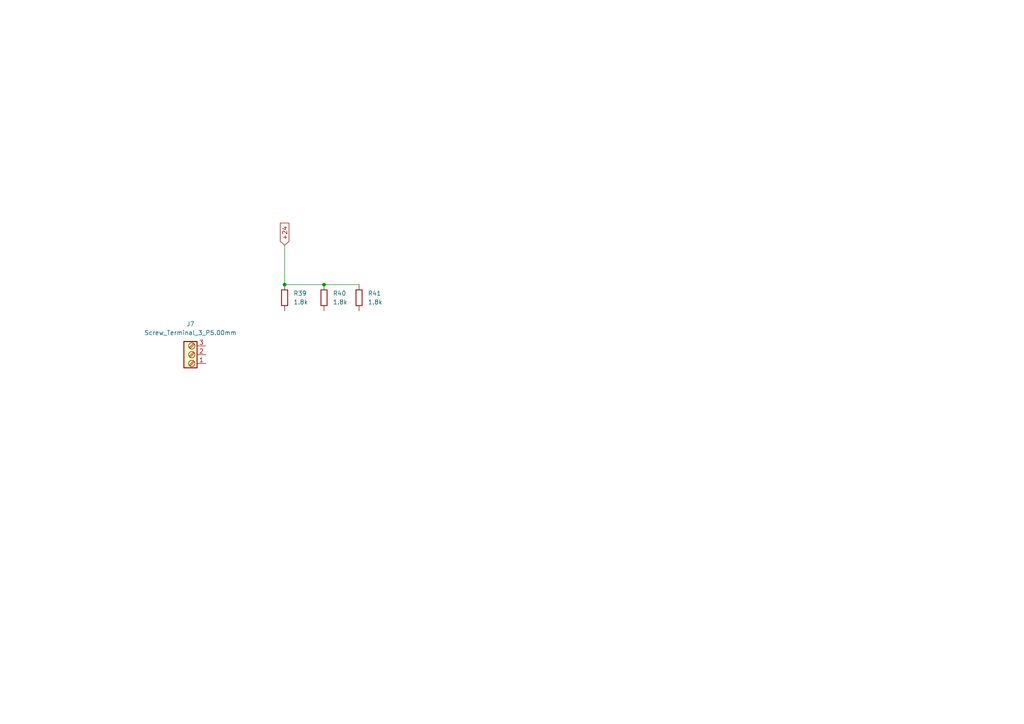
<source format=kicad_sch>
(kicad_sch
	(version 20250114)
	(generator "eeschema")
	(generator_version "9.0")
	(uuid "042a1e59-22c1-4191-a268-7c5311371e8f")
	(paper "A4")
	(lib_symbols
		(symbol "PCM_SL_Resistors:1.8k"
			(exclude_from_sim no)
			(in_bom yes)
			(on_board yes)
			(property "Reference" "R"
				(at 0 5.08 0)
				(effects
					(font
						(size 1.27 1.27)
					)
				)
			)
			(property "Value" "1.8k"
				(at 0 2.54 0)
				(effects
					(font
						(size 1.27 1.27)
					)
				)
			)
			(property "Footprint" "Resistor_THT:R_Axial_DIN0207_L6.3mm_D2.5mm_P10.16mm_Horizontal"
				(at 0.889 -4.318 0)
				(effects
					(font
						(size 1.27 1.27)
					)
					(hide yes)
				)
			)
			(property "Datasheet" ""
				(at 0.508 0 0)
				(effects
					(font
						(size 1.27 1.27)
					)
					(hide yes)
				)
			)
			(property "Description" "1.8kΩ, 1/4W Resistor"
				(at 0 0 0)
				(effects
					(font
						(size 1.27 1.27)
					)
					(hide yes)
				)
			)
			(property "ki_keywords" "Resistor"
				(at 0 0 0)
				(effects
					(font
						(size 1.27 1.27)
					)
					(hide yes)
				)
			)
			(property "ki_fp_filters" "Resistor_THT:R_Axial_DIN0207_L6.3mm_D2.5mm*"
				(at 0 0 0)
				(effects
					(font
						(size 1.27 1.27)
					)
					(hide yes)
				)
			)
			(symbol "1.8k_0_1"
				(rectangle
					(start -2.286 0.889)
					(end 2.286 -0.889)
					(stroke
						(width 0.24)
						(type default)
					)
					(fill
						(type none)
					)
				)
			)
			(symbol "1.8k_1_1"
				(pin passive line
					(at -3.81 0 0)
					(length 1.5)
					(name ""
						(effects
							(font
								(size 1.27 1.27)
							)
						)
					)
					(number "1"
						(effects
							(font
								(size 0 0)
							)
						)
					)
				)
				(pin passive line
					(at 3.81 0 180)
					(length 1.5)
					(name "~"
						(effects
							(font
								(size 1.27 1.27)
							)
						)
					)
					(number "2"
						(effects
							(font
								(size 0 0)
							)
						)
					)
				)
			)
			(embedded_fonts no)
		)
		(symbol "PCM_SL_Screw_Terminal:Screw_Terminal_3_P5.00mm"
			(exclude_from_sim no)
			(in_bom yes)
			(on_board yes)
			(property "Reference" "J"
				(at 0 5.842 0)
				(effects
					(font
						(size 1.27 1.27)
					)
				)
			)
			(property "Value" "Screw_Terminal_3_P5.00mm"
				(at 1.27 -5.588 0)
				(effects
					(font
						(size 1.27 1.27)
					)
				)
			)
			(property "Footprint" "TerminalBlock_Phoenix:TerminalBlock_Phoenix_PT-1,5-3-5.0-H_1x03_P5.00mm_Horizontal"
				(at 1.27 -7.62 0)
				(effects
					(font
						(size 1.27 1.27)
					)
					(hide yes)
				)
			)
			(property "Datasheet" ""
				(at 0 1.27 0)
				(effects
					(font
						(size 1.27 1.27)
					)
					(hide yes)
				)
			)
			(property "Description" ""
				(at 0 0 0)
				(effects
					(font
						(size 1.27 1.27)
					)
					(hide yes)
				)
			)
			(symbol "Screw_Terminal_3_P5.00mm_0_1"
				(rectangle
					(start -1.27 3.81)
					(end 2.54 -3.81)
					(stroke
						(width 0.3)
						(type default)
					)
					(fill
						(type background)
					)
				)
				(polyline
					(pts
						(xy -0.254 1.778) (xy 1.016 3.048)
					)
					(stroke
						(width 0)
						(type default)
					)
					(fill
						(type none)
					)
				)
				(polyline
					(pts
						(xy -0.254 -0.762) (xy 1.016 0.508)
					)
					(stroke
						(width 0)
						(type default)
					)
					(fill
						(type none)
					)
				)
				(polyline
					(pts
						(xy -0.254 -3.302) (xy 1.016 -2.032)
					)
					(stroke
						(width 0)
						(type default)
					)
					(fill
						(type none)
					)
				)
				(polyline
					(pts
						(xy 0 2.54) (xy -0.508 2.032) (xy 0.762 3.302)
					)
					(stroke
						(width 0)
						(type default)
					)
					(fill
						(type none)
					)
				)
				(polyline
					(pts
						(xy 0 0) (xy -0.508 -0.508) (xy 0.762 0.762)
					)
					(stroke
						(width 0)
						(type default)
					)
					(fill
						(type none)
					)
				)
				(polyline
					(pts
						(xy 0 -2.54) (xy -0.508 -3.048) (xy 0.762 -1.778)
					)
					(stroke
						(width 0)
						(type default)
					)
					(fill
						(type none)
					)
				)
				(circle
					(center 0.254 2.54)
					(radius 0.9158)
					(stroke
						(width 0)
						(type default)
					)
					(fill
						(type none)
					)
				)
				(circle
					(center 0.254 0)
					(radius 0.9158)
					(stroke
						(width 0)
						(type default)
					)
					(fill
						(type none)
					)
				)
				(circle
					(center 0.254 -2.54)
					(radius 0.9158)
					(stroke
						(width 0)
						(type default)
					)
					(fill
						(type none)
					)
				)
			)
			(symbol "Screw_Terminal_3_P5.00mm_1_1"
				(pin passive line
					(at -3.81 2.54 0)
					(length 2.54)
					(name ""
						(effects
							(font
								(size 1.27 1.27)
							)
						)
					)
					(number "1"
						(effects
							(font
								(size 1.27 1.27)
							)
						)
					)
				)
				(pin passive line
					(at -3.81 0 0)
					(length 2.54)
					(name ""
						(effects
							(font
								(size 1.27 1.27)
							)
						)
					)
					(number "2"
						(effects
							(font
								(size 1.27 1.27)
							)
						)
					)
				)
				(pin passive line
					(at -3.81 -2.54 0)
					(length 2.54)
					(name ""
						(effects
							(font
								(size 1.27 1.27)
							)
						)
					)
					(number "3"
						(effects
							(font
								(size 1.27 1.27)
							)
						)
					)
				)
			)
			(embedded_fonts no)
		)
	)
	(junction
		(at 93.98 82.55)
		(diameter 0)
		(color 0 0 0 0)
		(uuid "4738edc6-ca09-4706-8ef9-f5c078a3f050")
	)
	(junction
		(at 82.55 82.55)
		(diameter 0)
		(color 0 0 0 0)
		(uuid "57b11308-f72e-4b23-a906-1eb79734d09a")
	)
	(wire
		(pts
			(xy 93.98 82.55) (xy 104.14 82.55)
		)
		(stroke
			(width 0)
			(type default)
		)
		(uuid "6b7c8e4d-39ec-4cd7-b97f-5afc9b7c1a9a")
	)
	(wire
		(pts
			(xy 82.55 71.12) (xy 82.55 82.55)
		)
		(stroke
			(width 0)
			(type default)
		)
		(uuid "6bc81bc6-c66e-462d-b801-27c8db567835")
	)
	(wire
		(pts
			(xy 82.55 82.55) (xy 93.98 82.55)
		)
		(stroke
			(width 0)
			(type default)
		)
		(uuid "a574e564-a0db-4f36-86a3-6b41f9f46651")
	)
	(global_label "+24"
		(shape input)
		(at 82.55 71.12 90)
		(fields_autoplaced yes)
		(effects
			(font
				(size 1.27 1.27)
			)
			(justify left)
		)
		(uuid "9af626c0-daca-40b1-a9d1-76a4816b0322")
		(property "Intersheetrefs" "${INTERSHEET_REFS}"
			(at 82.55 64.1434 90)
			(effects
				(font
					(size 1.27 1.27)
				)
				(justify left)
				(hide yes)
			)
		)
	)
	(symbol
		(lib_id "PCM_SL_Resistors:1.8k")
		(at 93.98 86.36 90)
		(unit 1)
		(exclude_from_sim no)
		(in_bom yes)
		(on_board yes)
		(dnp no)
		(fields_autoplaced yes)
		(uuid "365f85db-86bc-46ea-b32c-8d754ff90f04")
		(property "Reference" "R40"
			(at 96.52 85.0899 90)
			(effects
				(font
					(size 1.27 1.27)
				)
				(justify right)
			)
		)
		(property "Value" "1.8k"
			(at 96.52 87.6299 90)
			(effects
				(font
					(size 1.27 1.27)
				)
				(justify right)
			)
		)
		(property "Footprint" "Resistor_THT:R_Axial_DIN0207_L6.3mm_D2.5mm_P10.16mm_Horizontal"
			(at 98.298 85.471 0)
			(effects
				(font
					(size 1.27 1.27)
				)
				(hide yes)
			)
		)
		(property "Datasheet" ""
			(at 93.98 85.852 0)
			(effects
				(font
					(size 1.27 1.27)
				)
				(hide yes)
			)
		)
		(property "Description" "1.8kΩ, 1/4W Resistor"
			(at 93.98 86.36 0)
			(effects
				(font
					(size 1.27 1.27)
				)
				(hide yes)
			)
		)
		(pin "1"
			(uuid "e69d9f50-e7e0-455a-920b-00313f21efec")
		)
		(pin "2"
			(uuid "44fa2016-09b0-4af0-8dc8-3f6280b090dd")
		)
		(instances
			(project "Diseños de circuitos"
				(path "/65c875c0-73bd-43df-b6cd-4a685398cace/4a025e9a-08fd-467e-a542-2a83db8d1b78"
					(reference "R40")
					(unit 1)
				)
			)
		)
	)
	(symbol
		(lib_id "PCM_SL_Screw_Terminal:Screw_Terminal_3_P5.00mm")
		(at 55.88 102.87 180)
		(unit 1)
		(exclude_from_sim no)
		(in_bom yes)
		(on_board yes)
		(dnp no)
		(fields_autoplaced yes)
		(uuid "59620ba2-f0d4-4c46-9803-340a28037701")
		(property "Reference" "J7"
			(at 55.245 93.98 0)
			(effects
				(font
					(size 1.27 1.27)
				)
			)
		)
		(property "Value" "Screw_Terminal_3_P5.00mm"
			(at 55.245 96.52 0)
			(effects
				(font
					(size 1.27 1.27)
				)
			)
		)
		(property "Footprint" "TerminalBlock_Phoenix:TerminalBlock_Phoenix_PT-1,5-3-5.0-H_1x03_P5.00mm_Horizontal"
			(at 54.61 95.25 0)
			(effects
				(font
					(size 1.27 1.27)
				)
				(hide yes)
			)
		)
		(property "Datasheet" ""
			(at 55.88 104.14 0)
			(effects
				(font
					(size 1.27 1.27)
				)
				(hide yes)
			)
		)
		(property "Description" ""
			(at 55.88 102.87 0)
			(effects
				(font
					(size 1.27 1.27)
				)
				(hide yes)
			)
		)
		(pin "3"
			(uuid "1a38fb15-6dca-4826-9a59-486e70ccf935")
		)
		(pin "1"
			(uuid "2909e218-d054-4d48-8946-67e0526b1c6d")
		)
		(pin "2"
			(uuid "c4e08b87-3599-4e53-9322-7bc35e349a36")
		)
		(instances
			(project ""
				(path "/65c875c0-73bd-43df-b6cd-4a685398cace/4a025e9a-08fd-467e-a542-2a83db8d1b78"
					(reference "J7")
					(unit 1)
				)
			)
		)
	)
	(symbol
		(lib_id "PCM_SL_Resistors:1.8k")
		(at 104.14 86.36 90)
		(unit 1)
		(exclude_from_sim no)
		(in_bom yes)
		(on_board yes)
		(dnp no)
		(fields_autoplaced yes)
		(uuid "7b0fa5e7-8041-4699-8eee-759c4c260b8d")
		(property "Reference" "R41"
			(at 106.68 85.0899 90)
			(effects
				(font
					(size 1.27 1.27)
				)
				(justify right)
			)
		)
		(property "Value" "1.8k"
			(at 106.68 87.6299 90)
			(effects
				(font
					(size 1.27 1.27)
				)
				(justify right)
			)
		)
		(property "Footprint" "Resistor_THT:R_Axial_DIN0207_L6.3mm_D2.5mm_P10.16mm_Horizontal"
			(at 108.458 85.471 0)
			(effects
				(font
					(size 1.27 1.27)
				)
				(hide yes)
			)
		)
		(property "Datasheet" ""
			(at 104.14 85.852 0)
			(effects
				(font
					(size 1.27 1.27)
				)
				(hide yes)
			)
		)
		(property "Description" "1.8kΩ, 1/4W Resistor"
			(at 104.14 86.36 0)
			(effects
				(font
					(size 1.27 1.27)
				)
				(hide yes)
			)
		)
		(pin "1"
			(uuid "365b9b93-08a1-447d-a414-e8dda199d5d2")
		)
		(pin "2"
			(uuid "23bf7698-82fc-4bfe-a93d-5c5e132772a7")
		)
		(instances
			(project "Diseños de circuitos"
				(path "/65c875c0-73bd-43df-b6cd-4a685398cace/4a025e9a-08fd-467e-a542-2a83db8d1b78"
					(reference "R41")
					(unit 1)
				)
			)
		)
	)
	(symbol
		(lib_id "PCM_SL_Resistors:1.8k")
		(at 82.55 86.36 90)
		(unit 1)
		(exclude_from_sim no)
		(in_bom yes)
		(on_board yes)
		(dnp no)
		(fields_autoplaced yes)
		(uuid "c2fad664-ede8-4337-b0ca-cbf1c9f94638")
		(property "Reference" "R39"
			(at 85.09 85.0899 90)
			(effects
				(font
					(size 1.27 1.27)
				)
				(justify right)
			)
		)
		(property "Value" "1.8k"
			(at 85.09 87.6299 90)
			(effects
				(font
					(size 1.27 1.27)
				)
				(justify right)
			)
		)
		(property "Footprint" "Resistor_THT:R_Axial_DIN0207_L6.3mm_D2.5mm_P10.16mm_Horizontal"
			(at 86.868 85.471 0)
			(effects
				(font
					(size 1.27 1.27)
				)
				(hide yes)
			)
		)
		(property "Datasheet" ""
			(at 82.55 85.852 0)
			(effects
				(font
					(size 1.27 1.27)
				)
				(hide yes)
			)
		)
		(property "Description" "1.8kΩ, 1/4W Resistor"
			(at 82.55 86.36 0)
			(effects
				(font
					(size 1.27 1.27)
				)
				(hide yes)
			)
		)
		(pin "1"
			(uuid "0cffdcf4-62d9-41c5-9097-8cb1056a5e84")
		)
		(pin "2"
			(uuid "9ecdc850-062d-4599-ad02-a210b2ee94d8")
		)
		(instances
			(project ""
				(path "/65c875c0-73bd-43df-b6cd-4a685398cace/4a025e9a-08fd-467e-a542-2a83db8d1b78"
					(reference "R39")
					(unit 1)
				)
			)
		)
	)
)

</source>
